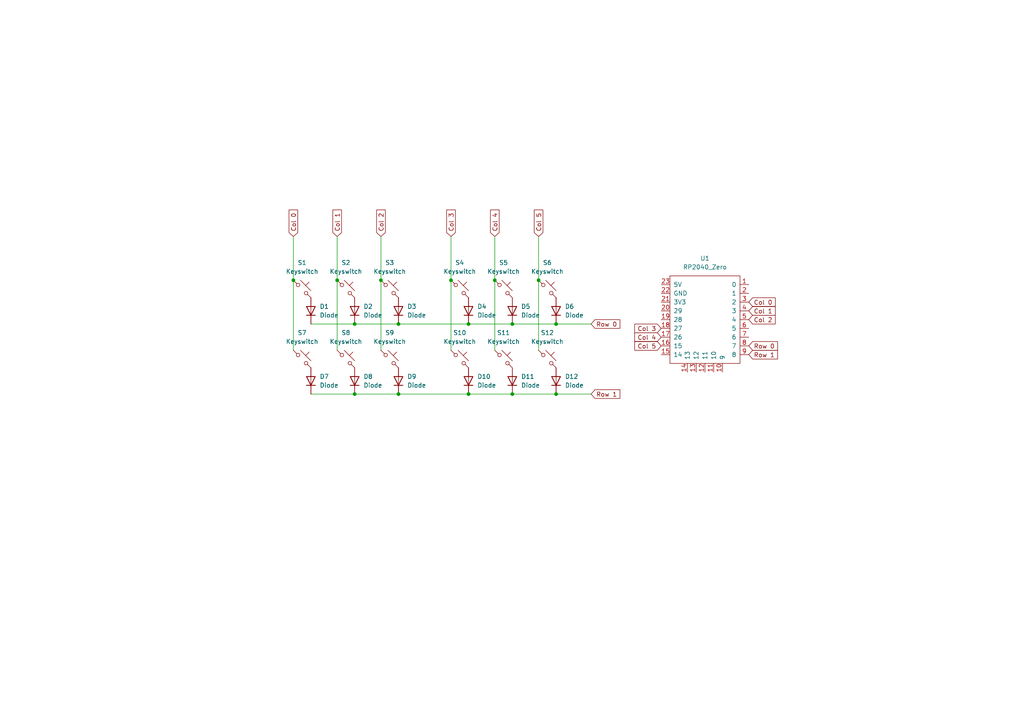
<source format=kicad_sch>
(kicad_sch
	(version 20231120)
	(generator "eeschema")
	(generator_version "8.0")
	(uuid "bb0047e0-d750-4f3e-b552-d2526237b83e")
	(paper "A4")
	(lib_symbols
		(symbol "ScottoKeebs:MCU_RP2040_Zero"
			(pin_names
				(offset 1.016)
			)
			(exclude_from_sim no)
			(in_bom yes)
			(on_board yes)
			(property "Reference" "U"
				(at 0 15.24 0)
				(effects
					(font
						(size 1.27 1.27)
					)
				)
			)
			(property "Value" "RP2040_Zero"
				(at 0 12.7 0)
				(effects
					(font
						(size 1.27 1.27)
					)
				)
			)
			(property "Footprint" "ScottoKeebs_MCU:RP2040_Zero"
				(at -8.89 5.08 0)
				(effects
					(font
						(size 1.27 1.27)
					)
					(hide yes)
				)
			)
			(property "Datasheet" ""
				(at -8.89 5.08 0)
				(effects
					(font
						(size 1.27 1.27)
					)
					(hide yes)
				)
			)
			(property "Description" ""
				(at 0 0 0)
				(effects
					(font
						(size 1.27 1.27)
					)
					(hide yes)
				)
			)
			(symbol "MCU_RP2040_Zero_0_1"
				(rectangle
					(start -10.16 11.43)
					(end 10.16 -13.97)
					(stroke
						(width 0)
						(type default)
					)
					(fill
						(type none)
					)
				)
			)
			(symbol "MCU_RP2040_Zero_1_1"
				(pin bidirectional line
					(at 12.7 8.89 180)
					(length 2.54)
					(name "0"
						(effects
							(font
								(size 1.27 1.27)
							)
						)
					)
					(number "1"
						(effects
							(font
								(size 1.27 1.27)
							)
						)
					)
				)
				(pin bidirectional line
					(at 5.08 -16.51 90)
					(length 2.54)
					(name "9"
						(effects
							(font
								(size 1.27 1.27)
							)
						)
					)
					(number "10"
						(effects
							(font
								(size 1.27 1.27)
							)
						)
					)
				)
				(pin bidirectional line
					(at 2.54 -16.51 90)
					(length 2.54)
					(name "10"
						(effects
							(font
								(size 1.27 1.27)
							)
						)
					)
					(number "11"
						(effects
							(font
								(size 1.27 1.27)
							)
						)
					)
				)
				(pin bidirectional line
					(at 0 -16.51 90)
					(length 2.54)
					(name "11"
						(effects
							(font
								(size 1.27 1.27)
							)
						)
					)
					(number "12"
						(effects
							(font
								(size 1.27 1.27)
							)
						)
					)
				)
				(pin bidirectional line
					(at -2.54 -16.51 90)
					(length 2.54)
					(name "12"
						(effects
							(font
								(size 1.27 1.27)
							)
						)
					)
					(number "13"
						(effects
							(font
								(size 1.27 1.27)
							)
						)
					)
				)
				(pin bidirectional line
					(at -5.08 -16.51 90)
					(length 2.54)
					(name "13"
						(effects
							(font
								(size 1.27 1.27)
							)
						)
					)
					(number "14"
						(effects
							(font
								(size 1.27 1.27)
							)
						)
					)
				)
				(pin bidirectional line
					(at -12.7 -11.43 0)
					(length 2.54)
					(name "14"
						(effects
							(font
								(size 1.27 1.27)
							)
						)
					)
					(number "15"
						(effects
							(font
								(size 1.27 1.27)
							)
						)
					)
				)
				(pin bidirectional line
					(at -12.7 -8.89 0)
					(length 2.54)
					(name "15"
						(effects
							(font
								(size 1.27 1.27)
							)
						)
					)
					(number "16"
						(effects
							(font
								(size 1.27 1.27)
							)
						)
					)
				)
				(pin bidirectional line
					(at -12.7 -6.35 0)
					(length 2.54)
					(name "26"
						(effects
							(font
								(size 1.27 1.27)
							)
						)
					)
					(number "17"
						(effects
							(font
								(size 1.27 1.27)
							)
						)
					)
				)
				(pin bidirectional line
					(at -12.7 -3.81 0)
					(length 2.54)
					(name "27"
						(effects
							(font
								(size 1.27 1.27)
							)
						)
					)
					(number "18"
						(effects
							(font
								(size 1.27 1.27)
							)
						)
					)
				)
				(pin bidirectional line
					(at -12.7 -1.27 0)
					(length 2.54)
					(name "28"
						(effects
							(font
								(size 1.27 1.27)
							)
						)
					)
					(number "19"
						(effects
							(font
								(size 1.27 1.27)
							)
						)
					)
				)
				(pin bidirectional line
					(at 12.7 6.35 180)
					(length 2.54)
					(name "1"
						(effects
							(font
								(size 1.27 1.27)
							)
						)
					)
					(number "2"
						(effects
							(font
								(size 1.27 1.27)
							)
						)
					)
				)
				(pin bidirectional line
					(at -12.7 1.27 0)
					(length 2.54)
					(name "29"
						(effects
							(font
								(size 1.27 1.27)
							)
						)
					)
					(number "20"
						(effects
							(font
								(size 1.27 1.27)
							)
						)
					)
				)
				(pin power_out line
					(at -12.7 3.81 0)
					(length 2.54)
					(name "3V3"
						(effects
							(font
								(size 1.27 1.27)
							)
						)
					)
					(number "21"
						(effects
							(font
								(size 1.27 1.27)
							)
						)
					)
				)
				(pin power_out line
					(at -12.7 6.35 0)
					(length 2.54)
					(name "GND"
						(effects
							(font
								(size 1.27 1.27)
							)
						)
					)
					(number "22"
						(effects
							(font
								(size 1.27 1.27)
							)
						)
					)
				)
				(pin power_out line
					(at -12.7 8.89 0)
					(length 2.54)
					(name "5V"
						(effects
							(font
								(size 1.27 1.27)
							)
						)
					)
					(number "23"
						(effects
							(font
								(size 1.27 1.27)
							)
						)
					)
				)
				(pin bidirectional line
					(at 12.7 3.81 180)
					(length 2.54)
					(name "2"
						(effects
							(font
								(size 1.27 1.27)
							)
						)
					)
					(number "3"
						(effects
							(font
								(size 1.27 1.27)
							)
						)
					)
				)
				(pin bidirectional line
					(at 12.7 1.27 180)
					(length 2.54)
					(name "3"
						(effects
							(font
								(size 1.27 1.27)
							)
						)
					)
					(number "4"
						(effects
							(font
								(size 1.27 1.27)
							)
						)
					)
				)
				(pin bidirectional line
					(at 12.7 -1.27 180)
					(length 2.54)
					(name "4"
						(effects
							(font
								(size 1.27 1.27)
							)
						)
					)
					(number "5"
						(effects
							(font
								(size 1.27 1.27)
							)
						)
					)
				)
				(pin bidirectional line
					(at 12.7 -3.81 180)
					(length 2.54)
					(name "5"
						(effects
							(font
								(size 1.27 1.27)
							)
						)
					)
					(number "6"
						(effects
							(font
								(size 1.27 1.27)
							)
						)
					)
				)
				(pin bidirectional line
					(at 12.7 -6.35 180)
					(length 2.54)
					(name "6"
						(effects
							(font
								(size 1.27 1.27)
							)
						)
					)
					(number "7"
						(effects
							(font
								(size 1.27 1.27)
							)
						)
					)
				)
				(pin bidirectional line
					(at 12.7 -8.89 180)
					(length 2.54)
					(name "7"
						(effects
							(font
								(size 1.27 1.27)
							)
						)
					)
					(number "8"
						(effects
							(font
								(size 1.27 1.27)
							)
						)
					)
				)
				(pin bidirectional line
					(at 12.7 -11.43 180)
					(length 2.54)
					(name "8"
						(effects
							(font
								(size 1.27 1.27)
							)
						)
					)
					(number "9"
						(effects
							(font
								(size 1.27 1.27)
							)
						)
					)
				)
			)
		)
		(symbol "ScottoKeebs:Placeholder_Diode"
			(pin_numbers hide)
			(pin_names hide)
			(exclude_from_sim no)
			(in_bom yes)
			(on_board yes)
			(property "Reference" "D"
				(at 0 2.54 0)
				(effects
					(font
						(size 1.27 1.27)
					)
				)
			)
			(property "Value" "Diode"
				(at 0 -2.54 0)
				(effects
					(font
						(size 1.27 1.27)
					)
				)
			)
			(property "Footprint" ""
				(at 0 0 0)
				(effects
					(font
						(size 1.27 1.27)
					)
					(hide yes)
				)
			)
			(property "Datasheet" ""
				(at 0 0 0)
				(effects
					(font
						(size 1.27 1.27)
					)
					(hide yes)
				)
			)
			(property "Description" "1N4148 (DO-35) or 1N4148W (SOD-123)"
				(at 0 0 0)
				(effects
					(font
						(size 1.27 1.27)
					)
					(hide yes)
				)
			)
			(property "Sim.Device" "D"
				(at 0 0 0)
				(effects
					(font
						(size 1.27 1.27)
					)
					(hide yes)
				)
			)
			(property "Sim.Pins" "1=K 2=A"
				(at 0 0 0)
				(effects
					(font
						(size 1.27 1.27)
					)
					(hide yes)
				)
			)
			(property "ki_keywords" "diode"
				(at 0 0 0)
				(effects
					(font
						(size 1.27 1.27)
					)
					(hide yes)
				)
			)
			(property "ki_fp_filters" "D*DO?35*"
				(at 0 0 0)
				(effects
					(font
						(size 1.27 1.27)
					)
					(hide yes)
				)
			)
			(symbol "Placeholder_Diode_0_1"
				(polyline
					(pts
						(xy -1.27 1.27) (xy -1.27 -1.27)
					)
					(stroke
						(width 0.254)
						(type default)
					)
					(fill
						(type none)
					)
				)
				(polyline
					(pts
						(xy 1.27 0) (xy -1.27 0)
					)
					(stroke
						(width 0)
						(type default)
					)
					(fill
						(type none)
					)
				)
				(polyline
					(pts
						(xy 1.27 1.27) (xy 1.27 -1.27) (xy -1.27 0) (xy 1.27 1.27)
					)
					(stroke
						(width 0.254)
						(type default)
					)
					(fill
						(type none)
					)
				)
			)
			(symbol "Placeholder_Diode_1_1"
				(pin passive line
					(at -3.81 0 0)
					(length 2.54)
					(name "K"
						(effects
							(font
								(size 1.27 1.27)
							)
						)
					)
					(number "1"
						(effects
							(font
								(size 1.27 1.27)
							)
						)
					)
				)
				(pin passive line
					(at 3.81 0 180)
					(length 2.54)
					(name "A"
						(effects
							(font
								(size 1.27 1.27)
							)
						)
					)
					(number "2"
						(effects
							(font
								(size 1.27 1.27)
							)
						)
					)
				)
			)
		)
		(symbol "ScottoKeebs:Placeholder_Keyswitch"
			(pin_numbers hide)
			(pin_names
				(offset 1.016) hide)
			(exclude_from_sim no)
			(in_bom yes)
			(on_board yes)
			(property "Reference" "S"
				(at 3.048 1.016 0)
				(effects
					(font
						(size 1.27 1.27)
					)
					(justify left)
				)
			)
			(property "Value" "Keyswitch"
				(at 0 -3.81 0)
				(effects
					(font
						(size 1.27 1.27)
					)
				)
			)
			(property "Footprint" ""
				(at 0 0 0)
				(effects
					(font
						(size 1.27 1.27)
					)
					(hide yes)
				)
			)
			(property "Datasheet" "~"
				(at 0 0 0)
				(effects
					(font
						(size 1.27 1.27)
					)
					(hide yes)
				)
			)
			(property "Description" "Push button switch, normally open, two pins, 45° tilted"
				(at 0 0 0)
				(effects
					(font
						(size 1.27 1.27)
					)
					(hide yes)
				)
			)
			(property "ki_keywords" "switch normally-open pushbutton push-button"
				(at 0 0 0)
				(effects
					(font
						(size 1.27 1.27)
					)
					(hide yes)
				)
			)
			(symbol "Placeholder_Keyswitch_0_1"
				(circle
					(center -1.1684 1.1684)
					(radius 0.508)
					(stroke
						(width 0)
						(type default)
					)
					(fill
						(type none)
					)
				)
				(polyline
					(pts
						(xy -0.508 2.54) (xy 2.54 -0.508)
					)
					(stroke
						(width 0)
						(type default)
					)
					(fill
						(type none)
					)
				)
				(polyline
					(pts
						(xy 1.016 1.016) (xy 2.032 2.032)
					)
					(stroke
						(width 0)
						(type default)
					)
					(fill
						(type none)
					)
				)
				(polyline
					(pts
						(xy -2.54 2.54) (xy -1.524 1.524) (xy -1.524 1.524)
					)
					(stroke
						(width 0)
						(type default)
					)
					(fill
						(type none)
					)
				)
				(polyline
					(pts
						(xy 1.524 -1.524) (xy 2.54 -2.54) (xy 2.54 -2.54) (xy 2.54 -2.54)
					)
					(stroke
						(width 0)
						(type default)
					)
					(fill
						(type none)
					)
				)
				(circle
					(center 1.143 -1.1938)
					(radius 0.508)
					(stroke
						(width 0)
						(type default)
					)
					(fill
						(type none)
					)
				)
				(pin passive line
					(at -2.54 2.54 0)
					(length 0)
					(name "1"
						(effects
							(font
								(size 1.27 1.27)
							)
						)
					)
					(number "1"
						(effects
							(font
								(size 1.27 1.27)
							)
						)
					)
				)
				(pin passive line
					(at 2.54 -2.54 180)
					(length 0)
					(name "2"
						(effects
							(font
								(size 1.27 1.27)
							)
						)
					)
					(number "2"
						(effects
							(font
								(size 1.27 1.27)
							)
						)
					)
				)
			)
		)
	)
	(junction
		(at 85.09 81.28)
		(diameter 0)
		(color 0 0 0 0)
		(uuid "1a33c635-cb3e-471d-a5f3-b1fa6ec5fa21")
	)
	(junction
		(at 102.87 93.98)
		(diameter 0)
		(color 0 0 0 0)
		(uuid "20989feb-e578-4c00-9b4d-2210d25f2c1b")
	)
	(junction
		(at 130.81 81.28)
		(diameter 0)
		(color 0 0 0 0)
		(uuid "36d8f352-1338-44a8-9018-7dd398a4f405")
	)
	(junction
		(at 97.79 81.28)
		(diameter 0)
		(color 0 0 0 0)
		(uuid "532cbd51-6993-4a97-9903-1792187031c1")
	)
	(junction
		(at 161.29 114.3)
		(diameter 0)
		(color 0 0 0 0)
		(uuid "5d78165d-86ce-417a-adb8-22e1eb5d2de0")
	)
	(junction
		(at 110.49 81.28)
		(diameter 0)
		(color 0 0 0 0)
		(uuid "5e1eebc1-096b-4653-af97-9e9ba33f1028")
	)
	(junction
		(at 115.57 93.98)
		(diameter 0)
		(color 0 0 0 0)
		(uuid "5eb7c689-3c8f-4bec-9c7c-9f73e961745a")
	)
	(junction
		(at 135.89 114.3)
		(diameter 0)
		(color 0 0 0 0)
		(uuid "65c1a57c-def0-4952-bbfa-68e696465aed")
	)
	(junction
		(at 143.51 81.28)
		(diameter 0)
		(color 0 0 0 0)
		(uuid "89f7a173-f141-4a5c-9f60-d8040cb9798a")
	)
	(junction
		(at 115.57 114.3)
		(diameter 0)
		(color 0 0 0 0)
		(uuid "8dceeb65-8e7a-47d8-82bb-a1f27251ea79")
	)
	(junction
		(at 102.87 114.3)
		(diameter 0)
		(color 0 0 0 0)
		(uuid "b71b09db-b3e1-4eeb-960b-a9cb3f9a3569")
	)
	(junction
		(at 156.21 81.28)
		(diameter 0)
		(color 0 0 0 0)
		(uuid "d2224b37-e1c6-459d-a768-6169bbb90f1d")
	)
	(junction
		(at 148.59 93.98)
		(diameter 0)
		(color 0 0 0 0)
		(uuid "d503c0c5-2db8-4f3e-9824-c9990ffcf43e")
	)
	(junction
		(at 148.59 114.3)
		(diameter 0)
		(color 0 0 0 0)
		(uuid "e3b1c256-537e-4880-96b3-0dd612a6628d")
	)
	(junction
		(at 135.89 93.98)
		(diameter 0)
		(color 0 0 0 0)
		(uuid "ebd3ab44-bddf-4616-b1bc-c37a294aa5fc")
	)
	(junction
		(at 161.29 93.98)
		(diameter 0)
		(color 0 0 0 0)
		(uuid "f2eef4f6-84d8-43ff-a88a-de4d1e515773")
	)
	(wire
		(pts
			(xy 148.59 114.3) (xy 161.29 114.3)
		)
		(stroke
			(width 0)
			(type default)
		)
		(uuid "0012acb9-992c-42b2-854b-a49df347e62f")
	)
	(wire
		(pts
			(xy 156.21 81.28) (xy 156.21 101.6)
		)
		(stroke
			(width 0)
			(type default)
		)
		(uuid "12ed3c81-5637-4e3a-a159-c919a5a7194a")
	)
	(wire
		(pts
			(xy 102.87 93.98) (xy 115.57 93.98)
		)
		(stroke
			(width 0)
			(type default)
		)
		(uuid "153e42ac-5af9-4891-83fe-7e1b31759de1")
	)
	(wire
		(pts
			(xy 135.89 93.98) (xy 148.59 93.98)
		)
		(stroke
			(width 0)
			(type default)
		)
		(uuid "15b25e13-b941-4754-901b-af1eea1c40f9")
	)
	(wire
		(pts
			(xy 115.57 93.98) (xy 135.89 93.98)
		)
		(stroke
			(width 0)
			(type default)
		)
		(uuid "244544c7-c39f-4e9e-97fd-c728d59bde94")
	)
	(wire
		(pts
			(xy 148.59 93.98) (xy 161.29 93.98)
		)
		(stroke
			(width 0)
			(type default)
		)
		(uuid "2982b27c-32ae-4699-a020-0b197a000d41")
	)
	(wire
		(pts
			(xy 85.09 68.58) (xy 85.09 81.28)
		)
		(stroke
			(width 0)
			(type default)
		)
		(uuid "2ae56b57-8990-4e3a-a9e2-142425eb0890")
	)
	(wire
		(pts
			(xy 85.09 81.28) (xy 85.09 101.6)
		)
		(stroke
			(width 0)
			(type default)
		)
		(uuid "2b8a0350-37c8-4dd8-8a75-caf091fde920")
	)
	(wire
		(pts
			(xy 156.21 68.58) (xy 156.21 81.28)
		)
		(stroke
			(width 0)
			(type default)
		)
		(uuid "2d5eacea-e058-40e9-8716-c2522eed5f86")
	)
	(wire
		(pts
			(xy 110.49 68.58) (xy 110.49 81.28)
		)
		(stroke
			(width 0)
			(type default)
		)
		(uuid "445a8009-9655-4144-9398-184b94f98ae8")
	)
	(wire
		(pts
			(xy 130.81 68.58) (xy 130.81 81.28)
		)
		(stroke
			(width 0)
			(type default)
		)
		(uuid "4e48b1b5-fb3c-4923-9e19-39ae5ec252f6")
	)
	(wire
		(pts
			(xy 171.45 93.98) (xy 161.29 93.98)
		)
		(stroke
			(width 0)
			(type default)
		)
		(uuid "52f7ee58-03b2-4e23-b989-cfd6bb0f87dd")
	)
	(wire
		(pts
			(xy 102.87 114.3) (xy 115.57 114.3)
		)
		(stroke
			(width 0)
			(type default)
		)
		(uuid "54f79919-4567-41a7-8e0a-321b88311363")
	)
	(wire
		(pts
			(xy 115.57 114.3) (xy 135.89 114.3)
		)
		(stroke
			(width 0)
			(type default)
		)
		(uuid "5f1dd7bf-77ce-4eee-9396-2a8c8d4f748d")
	)
	(wire
		(pts
			(xy 90.17 93.98) (xy 102.87 93.98)
		)
		(stroke
			(width 0)
			(type default)
		)
		(uuid "75123857-0662-4e9c-8b37-047af6dca974")
	)
	(wire
		(pts
			(xy 110.49 81.28) (xy 110.49 101.6)
		)
		(stroke
			(width 0)
			(type default)
		)
		(uuid "895f69e9-fe03-4c63-a13b-7c49c11041c2")
	)
	(wire
		(pts
			(xy 97.79 81.28) (xy 97.79 101.6)
		)
		(stroke
			(width 0)
			(type default)
		)
		(uuid "94f917d4-83fb-4263-898b-daa43961119f")
	)
	(wire
		(pts
			(xy 171.45 114.3) (xy 161.29 114.3)
		)
		(stroke
			(width 0)
			(type default)
		)
		(uuid "ab3612f3-b87f-470a-9187-95d5f6751c40")
	)
	(wire
		(pts
			(xy 135.89 114.3) (xy 148.59 114.3)
		)
		(stroke
			(width 0)
			(type default)
		)
		(uuid "c4ed9643-6863-4f9c-b2d2-1267d312f0ff")
	)
	(wire
		(pts
			(xy 130.81 81.28) (xy 130.81 101.6)
		)
		(stroke
			(width 0)
			(type default)
		)
		(uuid "ce31ba32-8910-4545-90d5-5a39f1a2eda6")
	)
	(wire
		(pts
			(xy 97.79 68.58) (xy 97.79 81.28)
		)
		(stroke
			(width 0)
			(type default)
		)
		(uuid "db40bb47-c127-4dfa-80ad-605a3cb73608")
	)
	(wire
		(pts
			(xy 143.51 68.58) (xy 143.51 81.28)
		)
		(stroke
			(width 0)
			(type default)
		)
		(uuid "ee7c0cb9-b126-4f82-82a5-5b331b5da7e0")
	)
	(wire
		(pts
			(xy 90.17 114.3) (xy 102.87 114.3)
		)
		(stroke
			(width 0)
			(type default)
		)
		(uuid "f2e0cb27-98d0-4a66-9004-3c90f54eb989")
	)
	(wire
		(pts
			(xy 143.51 81.28) (xy 143.51 101.6)
		)
		(stroke
			(width 0)
			(type default)
		)
		(uuid "f6388fca-1afe-42e6-81be-092cb7b34fa3")
	)
	(global_label "Col 3"
		(shape input)
		(at 130.81 68.58 90)
		(fields_autoplaced yes)
		(effects
			(font
				(size 1.27 1.27)
			)
			(justify left)
		)
		(uuid "167b8bb8-8952-4003-a69c-b096f26eca82")
		(property "Intersheetrefs" "${INTERSHEET_REFS}"
			(at 130.81 60.3335 90)
			(effects
				(font
					(size 1.27 1.27)
				)
				(justify left)
				(hide yes)
			)
		)
	)
	(global_label "Col 0"
		(shape input)
		(at 217.17 87.63 0)
		(fields_autoplaced yes)
		(effects
			(font
				(size 1.27 1.27)
			)
			(justify left)
		)
		(uuid "1ad81276-007a-4e7d-b171-9bfa9efa63ee")
		(property "Intersheetrefs" "${INTERSHEET_REFS}"
			(at 225.4165 87.63 0)
			(effects
				(font
					(size 1.27 1.27)
				)
				(justify left)
				(hide yes)
			)
		)
	)
	(global_label "Row 0"
		(shape input)
		(at 217.17 100.33 0)
		(fields_autoplaced yes)
		(effects
			(font
				(size 1.27 1.27)
			)
			(justify left)
		)
		(uuid "244ff87d-125a-4554-a5eb-bc2c1df1207a")
		(property "Intersheetrefs" "${INTERSHEET_REFS}"
			(at 226.0818 100.33 0)
			(effects
				(font
					(size 1.27 1.27)
				)
				(justify left)
				(hide yes)
			)
		)
	)
	(global_label "Row 1"
		(shape input)
		(at 217.17 102.87 0)
		(fields_autoplaced yes)
		(effects
			(font
				(size 1.27 1.27)
			)
			(justify left)
		)
		(uuid "303a6ef3-ec00-407f-898c-016057d57e86")
		(property "Intersheetrefs" "${INTERSHEET_REFS}"
			(at 226.0818 102.87 0)
			(effects
				(font
					(size 1.27 1.27)
				)
				(justify left)
				(hide yes)
			)
		)
	)
	(global_label "Row 0"
		(shape input)
		(at 171.45 93.98 0)
		(fields_autoplaced yes)
		(effects
			(font
				(size 1.27 1.27)
			)
			(justify left)
		)
		(uuid "46fd0314-9dd3-4827-8829-751c38f96641")
		(property "Intersheetrefs" "${INTERSHEET_REFS}"
			(at 180.3618 93.98 0)
			(effects
				(font
					(size 1.27 1.27)
				)
				(justify left)
				(hide yes)
			)
		)
	)
	(global_label "Col 5"
		(shape input)
		(at 156.21 68.58 90)
		(fields_autoplaced yes)
		(effects
			(font
				(size 1.27 1.27)
			)
			(justify left)
		)
		(uuid "4fd9b3fc-5c86-4fbb-8edd-715ea3f3bc03")
		(property "Intersheetrefs" "${INTERSHEET_REFS}"
			(at 156.21 60.3335 90)
			(effects
				(font
					(size 1.27 1.27)
				)
				(justify left)
				(hide yes)
			)
		)
	)
	(global_label "Col 2"
		(shape input)
		(at 110.49 68.58 90)
		(fields_autoplaced yes)
		(effects
			(font
				(size 1.27 1.27)
			)
			(justify left)
		)
		(uuid "56ddd0ec-1357-4b62-b8f3-97c39cbee8d5")
		(property "Intersheetrefs" "${INTERSHEET_REFS}"
			(at 110.49 60.3335 90)
			(effects
				(font
					(size 1.27 1.27)
				)
				(justify left)
				(hide yes)
			)
		)
	)
	(global_label "Col 1"
		(shape input)
		(at 97.79 68.58 90)
		(fields_autoplaced yes)
		(effects
			(font
				(size 1.27 1.27)
			)
			(justify left)
		)
		(uuid "74f03eca-de09-4689-84c0-fa0e0a6501b6")
		(property "Intersheetrefs" "${INTERSHEET_REFS}"
			(at 97.79 60.3335 90)
			(effects
				(font
					(size 1.27 1.27)
				)
				(justify left)
				(hide yes)
			)
		)
	)
	(global_label "Col 4"
		(shape input)
		(at 143.51 68.58 90)
		(fields_autoplaced yes)
		(effects
			(font
				(size 1.27 1.27)
			)
			(justify left)
		)
		(uuid "86e9997c-6012-4f94-bf10-5ff9ec0d46ee")
		(property "Intersheetrefs" "${INTERSHEET_REFS}"
			(at 143.51 60.3335 90)
			(effects
				(font
					(size 1.27 1.27)
				)
				(justify left)
				(hide yes)
			)
		)
	)
	(global_label "Col 5"
		(shape input)
		(at 191.77 100.33 180)
		(fields_autoplaced yes)
		(effects
			(font
				(size 1.27 1.27)
			)
			(justify right)
		)
		(uuid "903b4e32-26ba-4237-8a3d-435df7282d40")
		(property "Intersheetrefs" "${INTERSHEET_REFS}"
			(at 183.5235 100.33 0)
			(effects
				(font
					(size 1.27 1.27)
				)
				(justify right)
				(hide yes)
			)
		)
	)
	(global_label "Col 3"
		(shape input)
		(at 191.77 95.25 180)
		(fields_autoplaced yes)
		(effects
			(font
				(size 1.27 1.27)
			)
			(justify right)
		)
		(uuid "a9f3ba8c-ccaa-45d0-a168-9a4492345454")
		(property "Intersheetrefs" "${INTERSHEET_REFS}"
			(at 183.5235 95.25 0)
			(effects
				(font
					(size 1.27 1.27)
				)
				(justify right)
				(hide yes)
			)
		)
	)
	(global_label "Col 1"
		(shape input)
		(at 217.17 90.17 0)
		(fields_autoplaced yes)
		(effects
			(font
				(size 1.27 1.27)
			)
			(justify left)
		)
		(uuid "b1a1a29c-43a2-41af-a3f1-537bdad693ab")
		(property "Intersheetrefs" "${INTERSHEET_REFS}"
			(at 225.4165 90.17 0)
			(effects
				(font
					(size 1.27 1.27)
				)
				(justify left)
				(hide yes)
			)
		)
	)
	(global_label "Col 0"
		(shape input)
		(at 85.09 68.58 90)
		(fields_autoplaced yes)
		(effects
			(font
				(size 1.27 1.27)
			)
			(justify left)
		)
		(uuid "b39a27a5-b93f-42b8-9926-b2225aa58378")
		(property "Intersheetrefs" "${INTERSHEET_REFS}"
			(at 85.09 60.3335 90)
			(effects
				(font
					(size 1.27 1.27)
				)
				(justify left)
				(hide yes)
			)
		)
	)
	(global_label "Row 1"
		(shape input)
		(at 171.45 114.3 0)
		(fields_autoplaced yes)
		(effects
			(font
				(size 1.27 1.27)
			)
			(justify left)
		)
		(uuid "be378f50-de7b-4687-950c-1665a5a98d01")
		(property "Intersheetrefs" "${INTERSHEET_REFS}"
			(at 180.3618 114.3 0)
			(effects
				(font
					(size 1.27 1.27)
				)
				(justify left)
				(hide yes)
			)
		)
	)
	(global_label "Col 2"
		(shape input)
		(at 217.17 92.71 0)
		(fields_autoplaced yes)
		(effects
			(font
				(size 1.27 1.27)
			)
			(justify left)
		)
		(uuid "d2abf72b-9a22-460b-8619-3b3198afc627")
		(property "Intersheetrefs" "${INTERSHEET_REFS}"
			(at 225.4165 92.71 0)
			(effects
				(font
					(size 1.27 1.27)
				)
				(justify left)
				(hide yes)
			)
		)
	)
	(global_label "Col 4"
		(shape input)
		(at 191.77 97.79 180)
		(fields_autoplaced yes)
		(effects
			(font
				(size 1.27 1.27)
			)
			(justify right)
		)
		(uuid "ddee37db-4cf4-44dc-a25f-d03ab08dbfbc")
		(property "Intersheetrefs" "${INTERSHEET_REFS}"
			(at 183.5235 97.79 0)
			(effects
				(font
					(size 1.27 1.27)
				)
				(justify right)
				(hide yes)
			)
		)
	)
	(symbol
		(lib_id "ScottoKeebs:Placeholder_Keyswitch")
		(at 113.03 104.14 0)
		(unit 1)
		(exclude_from_sim no)
		(in_bom yes)
		(on_board yes)
		(dnp no)
		(fields_autoplaced yes)
		(uuid "0bac4484-8c07-4712-bb78-b86335298595")
		(property "Reference" "S9"
			(at 113.03 96.52 0)
			(effects
				(font
					(size 1.27 1.27)
				)
			)
		)
		(property "Value" "Keyswitch"
			(at 113.03 99.06 0)
			(effects
				(font
					(size 1.27 1.27)
				)
			)
		)
		(property "Footprint" "ScottoKeebs_MX:MX_PCB_1.00u"
			(at 113.03 104.14 0)
			(effects
				(font
					(size 1.27 1.27)
				)
				(hide yes)
			)
		)
		(property "Datasheet" "~"
			(at 113.03 104.14 0)
			(effects
				(font
					(size 1.27 1.27)
				)
				(hide yes)
			)
		)
		(property "Description" "Push button switch, normally open, two pins, 45° tilted"
			(at 113.03 104.14 0)
			(effects
				(font
					(size 1.27 1.27)
				)
				(hide yes)
			)
		)
		(pin "2"
			(uuid "19e4a356-f4d4-4a5e-b7e7-2f3851af2274")
		)
		(pin "1"
			(uuid "5f04db85-f07f-4c26-9765-5d084755bc4e")
		)
		(instances
			(project "KylePad"
				(path "/bb0047e0-d750-4f3e-b552-d2526237b83e"
					(reference "S9")
					(unit 1)
				)
			)
		)
	)
	(symbol
		(lib_id "ScottoKeebs:Placeholder_Diode")
		(at 161.29 90.17 90)
		(unit 1)
		(exclude_from_sim no)
		(in_bom yes)
		(on_board yes)
		(dnp no)
		(fields_autoplaced yes)
		(uuid "10025fd6-1bdc-4691-bb35-6d94446e4da8")
		(property "Reference" "D6"
			(at 163.83 88.8999 90)
			(effects
				(font
					(size 1.27 1.27)
				)
				(justify right)
			)
		)
		(property "Value" "Diode"
			(at 163.83 91.4399 90)
			(effects
				(font
					(size 1.27 1.27)
				)
				(justify right)
			)
		)
		(property "Footprint" "ScottoKeebs_Components:Diode_DO-35"
			(at 161.29 90.17 0)
			(effects
				(font
					(size 1.27 1.27)
				)
				(hide yes)
			)
		)
		(property "Datasheet" ""
			(at 161.29 90.17 0)
			(effects
				(font
					(size 1.27 1.27)
				)
				(hide yes)
			)
		)
		(property "Description" "1N4148 (DO-35) or 1N4148W (SOD-123)"
			(at 161.29 90.17 0)
			(effects
				(font
					(size 1.27 1.27)
				)
				(hide yes)
			)
		)
		(property "Sim.Device" "D"
			(at 161.29 90.17 0)
			(effects
				(font
					(size 1.27 1.27)
				)
				(hide yes)
			)
		)
		(property "Sim.Pins" "1=K 2=A"
			(at 161.29 90.17 0)
			(effects
				(font
					(size 1.27 1.27)
				)
				(hide yes)
			)
		)
		(pin "1"
			(uuid "486f8a21-5f76-4ec0-8206-175f2ce687c0")
		)
		(pin "2"
			(uuid "d9b5ff46-9504-45e4-ac77-ce935bee3bad")
		)
		(instances
			(project "KylePad"
				(path "/bb0047e0-d750-4f3e-b552-d2526237b83e"
					(reference "D6")
					(unit 1)
				)
			)
		)
	)
	(symbol
		(lib_id "ScottoKeebs:Placeholder_Keyswitch")
		(at 133.35 83.82 0)
		(unit 1)
		(exclude_from_sim no)
		(in_bom yes)
		(on_board yes)
		(dnp no)
		(fields_autoplaced yes)
		(uuid "146915f5-2b7d-44b4-b545-9448fcfa990e")
		(property "Reference" "S4"
			(at 133.35 76.2 0)
			(effects
				(font
					(size 1.27 1.27)
				)
			)
		)
		(property "Value" "Keyswitch"
			(at 133.35 78.74 0)
			(effects
				(font
					(size 1.27 1.27)
				)
			)
		)
		(property "Footprint" "ScottoKeebs_MX:MX_PCB_1.00u"
			(at 133.35 83.82 0)
			(effects
				(font
					(size 1.27 1.27)
				)
				(hide yes)
			)
		)
		(property "Datasheet" "~"
			(at 133.35 83.82 0)
			(effects
				(font
					(size 1.27 1.27)
				)
				(hide yes)
			)
		)
		(property "Description" "Push button switch, normally open, two pins, 45° tilted"
			(at 133.35 83.82 0)
			(effects
				(font
					(size 1.27 1.27)
				)
				(hide yes)
			)
		)
		(pin "2"
			(uuid "c16264e3-5a86-49e1-a218-d38b81083cf9")
		)
		(pin "1"
			(uuid "9ad4c0dd-e340-4726-a275-f2a51fb59fc1")
		)
		(instances
			(project "KylePad"
				(path "/bb0047e0-d750-4f3e-b552-d2526237b83e"
					(reference "S4")
					(unit 1)
				)
			)
		)
	)
	(symbol
		(lib_id "ScottoKeebs:Placeholder_Diode")
		(at 102.87 90.17 90)
		(unit 1)
		(exclude_from_sim no)
		(in_bom yes)
		(on_board yes)
		(dnp no)
		(fields_autoplaced yes)
		(uuid "1e7438d4-fd70-4361-beee-37d68f3cf33d")
		(property "Reference" "D2"
			(at 105.41 88.8999 90)
			(effects
				(font
					(size 1.27 1.27)
				)
				(justify right)
			)
		)
		(property "Value" "Diode"
			(at 105.41 91.4399 90)
			(effects
				(font
					(size 1.27 1.27)
				)
				(justify right)
			)
		)
		(property "Footprint" "ScottoKeebs_Components:Diode_DO-35"
			(at 102.87 90.17 0)
			(effects
				(font
					(size 1.27 1.27)
				)
				(hide yes)
			)
		)
		(property "Datasheet" ""
			(at 102.87 90.17 0)
			(effects
				(font
					(size 1.27 1.27)
				)
				(hide yes)
			)
		)
		(property "Description" "1N4148 (DO-35) or 1N4148W (SOD-123)"
			(at 102.87 90.17 0)
			(effects
				(font
					(size 1.27 1.27)
				)
				(hide yes)
			)
		)
		(property "Sim.Device" "D"
			(at 102.87 90.17 0)
			(effects
				(font
					(size 1.27 1.27)
				)
				(hide yes)
			)
		)
		(property "Sim.Pins" "1=K 2=A"
			(at 102.87 90.17 0)
			(effects
				(font
					(size 1.27 1.27)
				)
				(hide yes)
			)
		)
		(pin "1"
			(uuid "b3647be5-fd83-497d-93ef-1796017cf8e7")
		)
		(pin "2"
			(uuid "81d3576e-015e-4c3f-b68b-d4f592538673")
		)
		(instances
			(project "KylePad"
				(path "/bb0047e0-d750-4f3e-b552-d2526237b83e"
					(reference "D2")
					(unit 1)
				)
			)
		)
	)
	(symbol
		(lib_id "ScottoKeebs:Placeholder_Diode")
		(at 90.17 110.49 90)
		(unit 1)
		(exclude_from_sim no)
		(in_bom yes)
		(on_board yes)
		(dnp no)
		(fields_autoplaced yes)
		(uuid "3049ff8c-942f-42cc-99cf-a2a4674998e9")
		(property "Reference" "D7"
			(at 92.71 109.2199 90)
			(effects
				(font
					(size 1.27 1.27)
				)
				(justify right)
			)
		)
		(property "Value" "Diode"
			(at 92.71 111.7599 90)
			(effects
				(font
					(size 1.27 1.27)
				)
				(justify right)
			)
		)
		(property "Footprint" "ScottoKeebs_Components:Diode_DO-35"
			(at 90.17 110.49 0)
			(effects
				(font
					(size 1.27 1.27)
				)
				(hide yes)
			)
		)
		(property "Datasheet" ""
			(at 90.17 110.49 0)
			(effects
				(font
					(size 1.27 1.27)
				)
				(hide yes)
			)
		)
		(property "Description" "1N4148 (DO-35) or 1N4148W (SOD-123)"
			(at 90.17 110.49 0)
			(effects
				(font
					(size 1.27 1.27)
				)
				(hide yes)
			)
		)
		(property "Sim.Device" "D"
			(at 90.17 110.49 0)
			(effects
				(font
					(size 1.27 1.27)
				)
				(hide yes)
			)
		)
		(property "Sim.Pins" "1=K 2=A"
			(at 90.17 110.49 0)
			(effects
				(font
					(size 1.27 1.27)
				)
				(hide yes)
			)
		)
		(pin "1"
			(uuid "3d35f684-74bd-4d25-9ee3-7b1386c4dec7")
		)
		(pin "2"
			(uuid "2d8121b4-7552-4697-a176-5e57589f1702")
		)
		(instances
			(project "KylePad"
				(path "/bb0047e0-d750-4f3e-b552-d2526237b83e"
					(reference "D7")
					(unit 1)
				)
			)
		)
	)
	(symbol
		(lib_id "ScottoKeebs:Placeholder_Diode")
		(at 115.57 110.49 90)
		(unit 1)
		(exclude_from_sim no)
		(in_bom yes)
		(on_board yes)
		(dnp no)
		(fields_autoplaced yes)
		(uuid "328e156c-0b7b-493b-bfa0-4202cfb95561")
		(property "Reference" "D9"
			(at 118.11 109.2199 90)
			(effects
				(font
					(size 1.27 1.27)
				)
				(justify right)
			)
		)
		(property "Value" "Diode"
			(at 118.11 111.7599 90)
			(effects
				(font
					(size 1.27 1.27)
				)
				(justify right)
			)
		)
		(property "Footprint" "ScottoKeebs_Components:Diode_DO-35"
			(at 115.57 110.49 0)
			(effects
				(font
					(size 1.27 1.27)
				)
				(hide yes)
			)
		)
		(property "Datasheet" ""
			(at 115.57 110.49 0)
			(effects
				(font
					(size 1.27 1.27)
				)
				(hide yes)
			)
		)
		(property "Description" "1N4148 (DO-35) or 1N4148W (SOD-123)"
			(at 115.57 110.49 0)
			(effects
				(font
					(size 1.27 1.27)
				)
				(hide yes)
			)
		)
		(property "Sim.Device" "D"
			(at 115.57 110.49 0)
			(effects
				(font
					(size 1.27 1.27)
				)
				(hide yes)
			)
		)
		(property "Sim.Pins" "1=K 2=A"
			(at 115.57 110.49 0)
			(effects
				(font
					(size 1.27 1.27)
				)
				(hide yes)
			)
		)
		(pin "1"
			(uuid "3ad31db6-05e2-434b-a5b1-15d590def641")
		)
		(pin "2"
			(uuid "0a51fccf-875c-4904-8ef0-5a2f65bae337")
		)
		(instances
			(project "KylePad"
				(path "/bb0047e0-d750-4f3e-b552-d2526237b83e"
					(reference "D9")
					(unit 1)
				)
			)
		)
	)
	(symbol
		(lib_id "ScottoKeebs:Placeholder_Keyswitch")
		(at 158.75 83.82 0)
		(unit 1)
		(exclude_from_sim no)
		(in_bom yes)
		(on_board yes)
		(dnp no)
		(fields_autoplaced yes)
		(uuid "590e9a3a-67b5-4724-ab51-fa2f05ccdc42")
		(property "Reference" "S6"
			(at 158.75 76.2 0)
			(effects
				(font
					(size 1.27 1.27)
				)
			)
		)
		(property "Value" "Keyswitch"
			(at 158.75 78.74 0)
			(effects
				(font
					(size 1.27 1.27)
				)
			)
		)
		(property "Footprint" "ScottoKeebs_MX:MX_PCB_1.00u"
			(at 158.75 83.82 0)
			(effects
				(font
					(size 1.27 1.27)
				)
				(hide yes)
			)
		)
		(property "Datasheet" "~"
			(at 158.75 83.82 0)
			(effects
				(font
					(size 1.27 1.27)
				)
				(hide yes)
			)
		)
		(property "Description" "Push button switch, normally open, two pins, 45° tilted"
			(at 158.75 83.82 0)
			(effects
				(font
					(size 1.27 1.27)
				)
				(hide yes)
			)
		)
		(pin "2"
			(uuid "4e7316ed-2ab4-47f5-8c74-a2a977a76e60")
		)
		(pin "1"
			(uuid "8727e3dd-5e35-4553-bb71-8c2e4394e811")
		)
		(instances
			(project "KylePad"
				(path "/bb0047e0-d750-4f3e-b552-d2526237b83e"
					(reference "S6")
					(unit 1)
				)
			)
		)
	)
	(symbol
		(lib_id "ScottoKeebs:Placeholder_Diode")
		(at 148.59 90.17 90)
		(unit 1)
		(exclude_from_sim no)
		(in_bom yes)
		(on_board yes)
		(dnp no)
		(fields_autoplaced yes)
		(uuid "5b5b72bb-5bde-44c5-b09e-27211e563203")
		(property "Reference" "D5"
			(at 151.13 88.8999 90)
			(effects
				(font
					(size 1.27 1.27)
				)
				(justify right)
			)
		)
		(property "Value" "Diode"
			(at 151.13 91.4399 90)
			(effects
				(font
					(size 1.27 1.27)
				)
				(justify right)
			)
		)
		(property "Footprint" "ScottoKeebs_Components:Diode_DO-35"
			(at 148.59 90.17 0)
			(effects
				(font
					(size 1.27 1.27)
				)
				(hide yes)
			)
		)
		(property "Datasheet" ""
			(at 148.59 90.17 0)
			(effects
				(font
					(size 1.27 1.27)
				)
				(hide yes)
			)
		)
		(property "Description" "1N4148 (DO-35) or 1N4148W (SOD-123)"
			(at 148.59 90.17 0)
			(effects
				(font
					(size 1.27 1.27)
				)
				(hide yes)
			)
		)
		(property "Sim.Device" "D"
			(at 148.59 90.17 0)
			(effects
				(font
					(size 1.27 1.27)
				)
				(hide yes)
			)
		)
		(property "Sim.Pins" "1=K 2=A"
			(at 148.59 90.17 0)
			(effects
				(font
					(size 1.27 1.27)
				)
				(hide yes)
			)
		)
		(pin "1"
			(uuid "f7c91208-d8d7-48ce-b549-ed79b0bd66f1")
		)
		(pin "2"
			(uuid "52f6d7e5-efc8-4be7-b60e-a356ad81601f")
		)
		(instances
			(project "KylePad"
				(path "/bb0047e0-d750-4f3e-b552-d2526237b83e"
					(reference "D5")
					(unit 1)
				)
			)
		)
	)
	(symbol
		(lib_id "ScottoKeebs:Placeholder_Keyswitch")
		(at 146.05 104.14 0)
		(unit 1)
		(exclude_from_sim no)
		(in_bom yes)
		(on_board yes)
		(dnp no)
		(fields_autoplaced yes)
		(uuid "61db761d-f591-4f84-80d1-6f773a1caac1")
		(property "Reference" "S11"
			(at 146.05 96.52 0)
			(effects
				(font
					(size 1.27 1.27)
				)
			)
		)
		(property "Value" "Keyswitch"
			(at 146.05 99.06 0)
			(effects
				(font
					(size 1.27 1.27)
				)
			)
		)
		(property "Footprint" "ScottoKeebs_MX:MX_PCB_1.00u"
			(at 146.05 104.14 0)
			(effects
				(font
					(size 1.27 1.27)
				)
				(hide yes)
			)
		)
		(property "Datasheet" "~"
			(at 146.05 104.14 0)
			(effects
				(font
					(size 1.27 1.27)
				)
				(hide yes)
			)
		)
		(property "Description" "Push button switch, normally open, two pins, 45° tilted"
			(at 146.05 104.14 0)
			(effects
				(font
					(size 1.27 1.27)
				)
				(hide yes)
			)
		)
		(pin "2"
			(uuid "10822e51-b0c4-424e-b466-f3d82fd0c281")
		)
		(pin "1"
			(uuid "c0ebba9f-49a8-445e-acc6-c7f8cdede5f7")
		)
		(instances
			(project "KylePad"
				(path "/bb0047e0-d750-4f3e-b552-d2526237b83e"
					(reference "S11")
					(unit 1)
				)
			)
		)
	)
	(symbol
		(lib_id "ScottoKeebs:Placeholder_Keyswitch")
		(at 113.03 83.82 0)
		(unit 1)
		(exclude_from_sim no)
		(in_bom yes)
		(on_board yes)
		(dnp no)
		(fields_autoplaced yes)
		(uuid "63216f17-41e6-4465-b46e-2bc263a49662")
		(property "Reference" "S3"
			(at 113.03 76.2 0)
			(effects
				(font
					(size 1.27 1.27)
				)
			)
		)
		(property "Value" "Keyswitch"
			(at 113.03 78.74 0)
			(effects
				(font
					(size 1.27 1.27)
				)
			)
		)
		(property "Footprint" "ScottoKeebs_MX:MX_PCB_1.00u"
			(at 113.03 83.82 0)
			(effects
				(font
					(size 1.27 1.27)
				)
				(hide yes)
			)
		)
		(property "Datasheet" "~"
			(at 113.03 83.82 0)
			(effects
				(font
					(size 1.27 1.27)
				)
				(hide yes)
			)
		)
		(property "Description" "Push button switch, normally open, two pins, 45° tilted"
			(at 113.03 83.82 0)
			(effects
				(font
					(size 1.27 1.27)
				)
				(hide yes)
			)
		)
		(pin "2"
			(uuid "aa3197a1-5826-4411-b4cb-82e2b6e02012")
		)
		(pin "1"
			(uuid "78e03111-351a-4bb1-8e68-0510505539d5")
		)
		(instances
			(project "KylePad"
				(path "/bb0047e0-d750-4f3e-b552-d2526237b83e"
					(reference "S3")
					(unit 1)
				)
			)
		)
	)
	(symbol
		(lib_id "ScottoKeebs:Placeholder_Diode")
		(at 102.87 110.49 90)
		(unit 1)
		(exclude_from_sim no)
		(in_bom yes)
		(on_board yes)
		(dnp no)
		(fields_autoplaced yes)
		(uuid "64101da9-019d-4f54-b34e-bfc3a8fffae1")
		(property "Reference" "D8"
			(at 105.41 109.2199 90)
			(effects
				(font
					(size 1.27 1.27)
				)
				(justify right)
			)
		)
		(property "Value" "Diode"
			(at 105.41 111.7599 90)
			(effects
				(font
					(size 1.27 1.27)
				)
				(justify right)
			)
		)
		(property "Footprint" "ScottoKeebs_Components:Diode_DO-35"
			(at 102.87 110.49 0)
			(effects
				(font
					(size 1.27 1.27)
				)
				(hide yes)
			)
		)
		(property "Datasheet" ""
			(at 102.87 110.49 0)
			(effects
				(font
					(size 1.27 1.27)
				)
				(hide yes)
			)
		)
		(property "Description" "1N4148 (DO-35) or 1N4148W (SOD-123)"
			(at 102.87 110.49 0)
			(effects
				(font
					(size 1.27 1.27)
				)
				(hide yes)
			)
		)
		(property "Sim.Device" "D"
			(at 102.87 110.49 0)
			(effects
				(font
					(size 1.27 1.27)
				)
				(hide yes)
			)
		)
		(property "Sim.Pins" "1=K 2=A"
			(at 102.87 110.49 0)
			(effects
				(font
					(size 1.27 1.27)
				)
				(hide yes)
			)
		)
		(pin "1"
			(uuid "831e077b-f4cb-41d8-b802-2717ef7eb055")
		)
		(pin "2"
			(uuid "1630b9af-0520-495b-ba95-6bb832818e56")
		)
		(instances
			(project "KylePad"
				(path "/bb0047e0-d750-4f3e-b552-d2526237b83e"
					(reference "D8")
					(unit 1)
				)
			)
		)
	)
	(symbol
		(lib_id "ScottoKeebs:Placeholder_Diode")
		(at 90.17 90.17 90)
		(unit 1)
		(exclude_from_sim no)
		(in_bom yes)
		(on_board yes)
		(dnp no)
		(fields_autoplaced yes)
		(uuid "67a7935e-119c-45b4-8554-00d5a436f550")
		(property "Reference" "D1"
			(at 92.71 88.8999 90)
			(effects
				(font
					(size 1.27 1.27)
				)
				(justify right)
			)
		)
		(property "Value" "Diode"
			(at 92.71 91.4399 90)
			(effects
				(font
					(size 1.27 1.27)
				)
				(justify right)
			)
		)
		(property "Footprint" "ScottoKeebs_Components:Diode_DO-35"
			(at 90.17 90.17 0)
			(effects
				(font
					(size 1.27 1.27)
				)
				(hide yes)
			)
		)
		(property "Datasheet" ""
			(at 90.17 90.17 0)
			(effects
				(font
					(size 1.27 1.27)
				)
				(hide yes)
			)
		)
		(property "Description" "1N4148 (DO-35) or 1N4148W (SOD-123)"
			(at 90.17 90.17 0)
			(effects
				(font
					(size 1.27 1.27)
				)
				(hide yes)
			)
		)
		(property "Sim.Device" "D"
			(at 90.17 90.17 0)
			(effects
				(font
					(size 1.27 1.27)
				)
				(hide yes)
			)
		)
		(property "Sim.Pins" "1=K 2=A"
			(at 90.17 90.17 0)
			(effects
				(font
					(size 1.27 1.27)
				)
				(hide yes)
			)
		)
		(pin "1"
			(uuid "13e88c77-4abf-40c8-9fa6-b17a724b2d35")
		)
		(pin "2"
			(uuid "b0f2d5ad-e112-4588-ad31-74551cef3887")
		)
		(instances
			(project ""
				(path "/bb0047e0-d750-4f3e-b552-d2526237b83e"
					(reference "D1")
					(unit 1)
				)
			)
		)
	)
	(symbol
		(lib_id "ScottoKeebs:Placeholder_Diode")
		(at 135.89 90.17 90)
		(unit 1)
		(exclude_from_sim no)
		(in_bom yes)
		(on_board yes)
		(dnp no)
		(fields_autoplaced yes)
		(uuid "6b4b6498-aa55-4a8b-b00b-8416f3b17ffc")
		(property "Reference" "D4"
			(at 138.43 88.8999 90)
			(effects
				(font
					(size 1.27 1.27)
				)
				(justify right)
			)
		)
		(property "Value" "Diode"
			(at 138.43 91.4399 90)
			(effects
				(font
					(size 1.27 1.27)
				)
				(justify right)
			)
		)
		(property "Footprint" "ScottoKeebs_Components:Diode_DO-35"
			(at 135.89 90.17 0)
			(effects
				(font
					(size 1.27 1.27)
				)
				(hide yes)
			)
		)
		(property "Datasheet" ""
			(at 135.89 90.17 0)
			(effects
				(font
					(size 1.27 1.27)
				)
				(hide yes)
			)
		)
		(property "Description" "1N4148 (DO-35) or 1N4148W (SOD-123)"
			(at 135.89 90.17 0)
			(effects
				(font
					(size 1.27 1.27)
				)
				(hide yes)
			)
		)
		(property "Sim.Device" "D"
			(at 135.89 90.17 0)
			(effects
				(font
					(size 1.27 1.27)
				)
				(hide yes)
			)
		)
		(property "Sim.Pins" "1=K 2=A"
			(at 135.89 90.17 0)
			(effects
				(font
					(size 1.27 1.27)
				)
				(hide yes)
			)
		)
		(pin "1"
			(uuid "7490b272-a23b-46ed-9ef1-849b3316958b")
		)
		(pin "2"
			(uuid "255a219c-9fcd-41f7-8615-6ef504a88a7a")
		)
		(instances
			(project "KylePad"
				(path "/bb0047e0-d750-4f3e-b552-d2526237b83e"
					(reference "D4")
					(unit 1)
				)
			)
		)
	)
	(symbol
		(lib_id "ScottoKeebs:Placeholder_Diode")
		(at 148.59 110.49 90)
		(unit 1)
		(exclude_from_sim no)
		(in_bom yes)
		(on_board yes)
		(dnp no)
		(fields_autoplaced yes)
		(uuid "80c93eaa-5080-4814-bb4f-2143a4ed7c08")
		(property "Reference" "D11"
			(at 151.13 109.2199 90)
			(effects
				(font
					(size 1.27 1.27)
				)
				(justify right)
			)
		)
		(property "Value" "Diode"
			(at 151.13 111.7599 90)
			(effects
				(font
					(size 1.27 1.27)
				)
				(justify right)
			)
		)
		(property "Footprint" "ScottoKeebs_Components:Diode_DO-35"
			(at 148.59 110.49 0)
			(effects
				(font
					(size 1.27 1.27)
				)
				(hide yes)
			)
		)
		(property "Datasheet" ""
			(at 148.59 110.49 0)
			(effects
				(font
					(size 1.27 1.27)
				)
				(hide yes)
			)
		)
		(property "Description" "1N4148 (DO-35) or 1N4148W (SOD-123)"
			(at 148.59 110.49 0)
			(effects
				(font
					(size 1.27 1.27)
				)
				(hide yes)
			)
		)
		(property "Sim.Device" "D"
			(at 148.59 110.49 0)
			(effects
				(font
					(size 1.27 1.27)
				)
				(hide yes)
			)
		)
		(property "Sim.Pins" "1=K 2=A"
			(at 148.59 110.49 0)
			(effects
				(font
					(size 1.27 1.27)
				)
				(hide yes)
			)
		)
		(pin "1"
			(uuid "2e15bf76-3b6a-4360-a642-268f989fa422")
		)
		(pin "2"
			(uuid "a8ae2612-636f-40d3-a464-7da11ae8e4d6")
		)
		(instances
			(project "KylePad"
				(path "/bb0047e0-d750-4f3e-b552-d2526237b83e"
					(reference "D11")
					(unit 1)
				)
			)
		)
	)
	(symbol
		(lib_id "ScottoKeebs:Placeholder_Diode")
		(at 161.29 110.49 90)
		(unit 1)
		(exclude_from_sim no)
		(in_bom yes)
		(on_board yes)
		(dnp no)
		(fields_autoplaced yes)
		(uuid "8b0951a1-21c8-465d-8fe9-b15b7d2fa75c")
		(property "Reference" "D12"
			(at 163.83 109.2199 90)
			(effects
				(font
					(size 1.27 1.27)
				)
				(justify right)
			)
		)
		(property "Value" "Diode"
			(at 163.83 111.7599 90)
			(effects
				(font
					(size 1.27 1.27)
				)
				(justify right)
			)
		)
		(property "Footprint" "ScottoKeebs_Components:Diode_DO-35"
			(at 161.29 110.49 0)
			(effects
				(font
					(size 1.27 1.27)
				)
				(hide yes)
			)
		)
		(property "Datasheet" ""
			(at 161.29 110.49 0)
			(effects
				(font
					(size 1.27 1.27)
				)
				(hide yes)
			)
		)
		(property "Description" "1N4148 (DO-35) or 1N4148W (SOD-123)"
			(at 161.29 110.49 0)
			(effects
				(font
					(size 1.27 1.27)
				)
				(hide yes)
			)
		)
		(property "Sim.Device" "D"
			(at 161.29 110.49 0)
			(effects
				(font
					(size 1.27 1.27)
				)
				(hide yes)
			)
		)
		(property "Sim.Pins" "1=K 2=A"
			(at 161.29 110.49 0)
			(effects
				(font
					(size 1.27 1.27)
				)
				(hide yes)
			)
		)
		(pin "1"
			(uuid "1a2f2d7f-fd95-44a0-acb2-9905a537bf7a")
		)
		(pin "2"
			(uuid "1325ab19-1e97-4806-9232-42db2d0de6fd")
		)
		(instances
			(project "KylePad"
				(path "/bb0047e0-d750-4f3e-b552-d2526237b83e"
					(reference "D12")
					(unit 1)
				)
			)
		)
	)
	(symbol
		(lib_id "ScottoKeebs:Placeholder_Diode")
		(at 135.89 110.49 90)
		(unit 1)
		(exclude_from_sim no)
		(in_bom yes)
		(on_board yes)
		(dnp no)
		(fields_autoplaced yes)
		(uuid "a0cfe658-ea3d-45d5-a6f0-0c48fe11c36e")
		(property "Reference" "D10"
			(at 138.43 109.2199 90)
			(effects
				(font
					(size 1.27 1.27)
				)
				(justify right)
			)
		)
		(property "Value" "Diode"
			(at 138.43 111.7599 90)
			(effects
				(font
					(size 1.27 1.27)
				)
				(justify right)
			)
		)
		(property "Footprint" "ScottoKeebs_Components:Diode_DO-35"
			(at 135.89 110.49 0)
			(effects
				(font
					(size 1.27 1.27)
				)
				(hide yes)
			)
		)
		(property "Datasheet" ""
			(at 135.89 110.49 0)
			(effects
				(font
					(size 1.27 1.27)
				)
				(hide yes)
			)
		)
		(property "Description" "1N4148 (DO-35) or 1N4148W (SOD-123)"
			(at 135.89 110.49 0)
			(effects
				(font
					(size 1.27 1.27)
				)
				(hide yes)
			)
		)
		(property "Sim.Device" "D"
			(at 135.89 110.49 0)
			(effects
				(font
					(size 1.27 1.27)
				)
				(hide yes)
			)
		)
		(property "Sim.Pins" "1=K 2=A"
			(at 135.89 110.49 0)
			(effects
				(font
					(size 1.27 1.27)
				)
				(hide yes)
			)
		)
		(pin "1"
			(uuid "b7357f0e-72d8-4633-bfd5-adeaa5c3ee65")
		)
		(pin "2"
			(uuid "d0145526-3796-43e1-9839-6c61698069cd")
		)
		(instances
			(project "KylePad"
				(path "/bb0047e0-d750-4f3e-b552-d2526237b83e"
					(reference "D10")
					(unit 1)
				)
			)
		)
	)
	(symbol
		(lib_id "ScottoKeebs:Placeholder_Keyswitch")
		(at 100.33 83.82 0)
		(unit 1)
		(exclude_from_sim no)
		(in_bom yes)
		(on_board yes)
		(dnp no)
		(fields_autoplaced yes)
		(uuid "b4cb4238-49f1-408f-9f82-d5e80183799b")
		(property "Reference" "S2"
			(at 100.33 76.2 0)
			(effects
				(font
					(size 1.27 1.27)
				)
			)
		)
		(property "Value" "Keyswitch"
			(at 100.33 78.74 0)
			(effects
				(font
					(size 1.27 1.27)
				)
			)
		)
		(property "Footprint" "ScottoKeebs_MX:MX_PCB_1.00u"
			(at 100.33 83.82 0)
			(effects
				(font
					(size 1.27 1.27)
				)
				(hide yes)
			)
		)
		(property "Datasheet" "~"
			(at 100.33 83.82 0)
			(effects
				(font
					(size 1.27 1.27)
				)
				(hide yes)
			)
		)
		(property "Description" "Push button switch, normally open, two pins, 45° tilted"
			(at 100.33 83.82 0)
			(effects
				(font
					(size 1.27 1.27)
				)
				(hide yes)
			)
		)
		(pin "2"
			(uuid "0fd1679c-6fee-49ca-b911-55d1d9fa0bd9")
		)
		(pin "1"
			(uuid "829a9451-07e4-4edf-b517-933ede4384fd")
		)
		(instances
			(project "KylePad"
				(path "/bb0047e0-d750-4f3e-b552-d2526237b83e"
					(reference "S2")
					(unit 1)
				)
			)
		)
	)
	(symbol
		(lib_id "ScottoKeebs:Placeholder_Keyswitch")
		(at 87.63 83.82 0)
		(unit 1)
		(exclude_from_sim no)
		(in_bom yes)
		(on_board yes)
		(dnp no)
		(fields_autoplaced yes)
		(uuid "d0c01a24-5a7e-4974-869c-be9123a0bd06")
		(property "Reference" "S1"
			(at 87.63 76.2 0)
			(effects
				(font
					(size 1.27 1.27)
				)
			)
		)
		(property "Value" "Keyswitch"
			(at 87.63 78.74 0)
			(effects
				(font
					(size 1.27 1.27)
				)
			)
		)
		(property "Footprint" "ScottoKeebs_MX:MX_PCB_1.00u"
			(at 87.63 83.82 0)
			(effects
				(font
					(size 1.27 1.27)
				)
				(hide yes)
			)
		)
		(property "Datasheet" "~"
			(at 87.63 83.82 0)
			(effects
				(font
					(size 1.27 1.27)
				)
				(hide yes)
			)
		)
		(property "Description" "Push button switch, normally open, two pins, 45° tilted"
			(at 87.63 83.82 0)
			(effects
				(font
					(size 1.27 1.27)
				)
				(hide yes)
			)
		)
		(pin "2"
			(uuid "f2e86aa5-3d31-45d6-9beb-0078441de8aa")
		)
		(pin "1"
			(uuid "54a3dd74-a70a-40ad-ac55-f57dfe238487")
		)
		(instances
			(project ""
				(path "/bb0047e0-d750-4f3e-b552-d2526237b83e"
					(reference "S1")
					(unit 1)
				)
			)
		)
	)
	(symbol
		(lib_id "ScottoKeebs:Placeholder_Keyswitch")
		(at 133.35 104.14 0)
		(unit 1)
		(exclude_from_sim no)
		(in_bom yes)
		(on_board yes)
		(dnp no)
		(fields_autoplaced yes)
		(uuid "dbef7f6b-510c-4c4e-b39c-a7a711a39756")
		(property "Reference" "S10"
			(at 133.35 96.52 0)
			(effects
				(font
					(size 1.27 1.27)
				)
			)
		)
		(property "Value" "Keyswitch"
			(at 133.35 99.06 0)
			(effects
				(font
					(size 1.27 1.27)
				)
			)
		)
		(property "Footprint" "ScottoKeebs_MX:MX_PCB_1.00u"
			(at 133.35 104.14 0)
			(effects
				(font
					(size 1.27 1.27)
				)
				(hide yes)
			)
		)
		(property "Datasheet" "~"
			(at 133.35 104.14 0)
			(effects
				(font
					(size 1.27 1.27)
				)
				(hide yes)
			)
		)
		(property "Description" "Push button switch, normally open, two pins, 45° tilted"
			(at 133.35 104.14 0)
			(effects
				(font
					(size 1.27 1.27)
				)
				(hide yes)
			)
		)
		(pin "2"
			(uuid "246cd7d6-50f0-4679-a62b-1c91d65311c8")
		)
		(pin "1"
			(uuid "83f3ee55-bb75-4a88-af92-cdebe06c4d3a")
		)
		(instances
			(project "KylePad"
				(path "/bb0047e0-d750-4f3e-b552-d2526237b83e"
					(reference "S10")
					(unit 1)
				)
			)
		)
	)
	(symbol
		(lib_id "ScottoKeebs:Placeholder_Keyswitch")
		(at 158.75 104.14 0)
		(unit 1)
		(exclude_from_sim no)
		(in_bom yes)
		(on_board yes)
		(dnp no)
		(fields_autoplaced yes)
		(uuid "df57fa3d-511b-479a-a973-59d9a72c0485")
		(property "Reference" "S12"
			(at 158.75 96.52 0)
			(effects
				(font
					(size 1.27 1.27)
				)
			)
		)
		(property "Value" "Keyswitch"
			(at 158.75 99.06 0)
			(effects
				(font
					(size 1.27 1.27)
				)
			)
		)
		(property "Footprint" "ScottoKeebs_MX:MX_PCB_1.00u"
			(at 158.75 104.14 0)
			(effects
				(font
					(size 1.27 1.27)
				)
				(hide yes)
			)
		)
		(property "Datasheet" "~"
			(at 158.75 104.14 0)
			(effects
				(font
					(size 1.27 1.27)
				)
				(hide yes)
			)
		)
		(property "Description" "Push button switch, normally open, two pins, 45° tilted"
			(at 158.75 104.14 0)
			(effects
				(font
					(size 1.27 1.27)
				)
				(hide yes)
			)
		)
		(pin "2"
			(uuid "920a38de-9f66-492d-aa39-926c15376a00")
		)
		(pin "1"
			(uuid "4665fb32-4c2e-467c-8fc2-b09293b1ee44")
		)
		(instances
			(project "KylePad"
				(path "/bb0047e0-d750-4f3e-b552-d2526237b83e"
					(reference "S12")
					(unit 1)
				)
			)
		)
	)
	(symbol
		(lib_id "ScottoKeebs:Placeholder_Diode")
		(at 115.57 90.17 90)
		(unit 1)
		(exclude_from_sim no)
		(in_bom yes)
		(on_board yes)
		(dnp no)
		(fields_autoplaced yes)
		(uuid "e4adfa57-7edd-4d0f-996a-91c3c5480679")
		(property "Reference" "D3"
			(at 118.11 88.8999 90)
			(effects
				(font
					(size 1.27 1.27)
				)
				(justify right)
			)
		)
		(property "Value" "Diode"
			(at 118.11 91.4399 90)
			(effects
				(font
					(size 1.27 1.27)
				)
				(justify right)
			)
		)
		(property "Footprint" "ScottoKeebs_Components:Diode_DO-35"
			(at 115.57 90.17 0)
			(effects
				(font
					(size 1.27 1.27)
				)
				(hide yes)
			)
		)
		(property "Datasheet" ""
			(at 115.57 90.17 0)
			(effects
				(font
					(size 1.27 1.27)
				)
				(hide yes)
			)
		)
		(property "Description" "1N4148 (DO-35) or 1N4148W (SOD-123)"
			(at 115.57 90.17 0)
			(effects
				(font
					(size 1.27 1.27)
				)
				(hide yes)
			)
		)
		(property "Sim.Device" "D"
			(at 115.57 90.17 0)
			(effects
				(font
					(size 1.27 1.27)
				)
				(hide yes)
			)
		)
		(property "Sim.Pins" "1=K 2=A"
			(at 115.57 90.17 0)
			(effects
				(font
					(size 1.27 1.27)
				)
				(hide yes)
			)
		)
		(pin "1"
			(uuid "2c42e134-a548-4108-b8ac-1354c8b43cd7")
		)
		(pin "2"
			(uuid "d144ed47-8f7d-4e65-b54b-12e1359979cc")
		)
		(instances
			(project "KylePad"
				(path "/bb0047e0-d750-4f3e-b552-d2526237b83e"
					(reference "D3")
					(unit 1)
				)
			)
		)
	)
	(symbol
		(lib_id "ScottoKeebs:Placeholder_Keyswitch")
		(at 100.33 104.14 0)
		(unit 1)
		(exclude_from_sim no)
		(in_bom yes)
		(on_board yes)
		(dnp no)
		(fields_autoplaced yes)
		(uuid "ebe32d3a-2786-499e-9376-e72c205f545f")
		(property "Reference" "S8"
			(at 100.33 96.52 0)
			(effects
				(font
					(size 1.27 1.27)
				)
			)
		)
		(property "Value" "Keyswitch"
			(at 100.33 99.06 0)
			(effects
				(font
					(size 1.27 1.27)
				)
			)
		)
		(property "Footprint" "ScottoKeebs_MX:MX_PCB_1.00u"
			(at 100.33 104.14 0)
			(effects
				(font
					(size 1.27 1.27)
				)
				(hide yes)
			)
		)
		(property "Datasheet" "~"
			(at 100.33 104.14 0)
			(effects
				(font
					(size 1.27 1.27)
				)
				(hide yes)
			)
		)
		(property "Description" "Push button switch, normally open, two pins, 45° tilted"
			(at 100.33 104.14 0)
			(effects
				(font
					(size 1.27 1.27)
				)
				(hide yes)
			)
		)
		(pin "2"
			(uuid "cac9d805-28ae-46a1-99e0-61f5af1b3be7")
		)
		(pin "1"
			(uuid "8bf55289-4743-43b2-bb9e-a963a3648533")
		)
		(instances
			(project "KylePad"
				(path "/bb0047e0-d750-4f3e-b552-d2526237b83e"
					(reference "S8")
					(unit 1)
				)
			)
		)
	)
	(symbol
		(lib_id "ScottoKeebs:Placeholder_Keyswitch")
		(at 146.05 83.82 0)
		(unit 1)
		(exclude_from_sim no)
		(in_bom yes)
		(on_board yes)
		(dnp no)
		(fields_autoplaced yes)
		(uuid "ec612bb3-c5b4-4619-a51b-697e08aea988")
		(property "Reference" "S5"
			(at 146.05 76.2 0)
			(effects
				(font
					(size 1.27 1.27)
				)
			)
		)
		(property "Value" "Keyswitch"
			(at 146.05 78.74 0)
			(effects
				(font
					(size 1.27 1.27)
				)
			)
		)
		(property "Footprint" "ScottoKeebs_MX:MX_PCB_1.00u"
			(at 146.05 83.82 0)
			(effects
				(font
					(size 1.27 1.27)
				)
				(hide yes)
			)
		)
		(property "Datasheet" "~"
			(at 146.05 83.82 0)
			(effects
				(font
					(size 1.27 1.27)
				)
				(hide yes)
			)
		)
		(property "Description" "Push button switch, normally open, two pins, 45° tilted"
			(at 146.05 83.82 0)
			(effects
				(font
					(size 1.27 1.27)
				)
				(hide yes)
			)
		)
		(pin "2"
			(uuid "17f06cc0-6566-48ca-a612-0690656af9f2")
		)
		(pin "1"
			(uuid "bfe22507-9637-4c1e-8956-34c473034868")
		)
		(instances
			(project "KylePad"
				(path "/bb0047e0-d750-4f3e-b552-d2526237b83e"
					(reference "S5")
					(unit 1)
				)
			)
		)
	)
	(symbol
		(lib_id "ScottoKeebs:MCU_RP2040_Zero")
		(at 204.47 91.44 0)
		(unit 1)
		(exclude_from_sim no)
		(in_bom yes)
		(on_board yes)
		(dnp no)
		(fields_autoplaced yes)
		(uuid "ef0ea63d-ebe7-427e-bfe6-4b9156ce44f1")
		(property "Reference" "U1"
			(at 204.47 74.93 0)
			(effects
				(font
					(size 1.27 1.27)
				)
			)
		)
		(property "Value" "RP2040_Zero"
			(at 204.47 77.47 0)
			(effects
				(font
					(size 1.27 1.27)
				)
			)
		)
		(property "Footprint" "ScottoKeebs_MCU:RP2040_Zero"
			(at 195.58 86.36 0)
			(effects
				(font
					(size 1.27 1.27)
				)
				(hide yes)
			)
		)
		(property "Datasheet" ""
			(at 195.58 86.36 0)
			(effects
				(font
					(size 1.27 1.27)
				)
				(hide yes)
			)
		)
		(property "Description" ""
			(at 204.47 91.44 0)
			(effects
				(font
					(size 1.27 1.27)
				)
				(hide yes)
			)
		)
		(pin "12"
			(uuid "bc8c9131-4972-4632-a184-add447eb87aa")
		)
		(pin "15"
			(uuid "ff9d9102-ec60-420e-91f9-f49bcab85532")
		)
		(pin "6"
			(uuid "8bcd19ad-2df8-4ceb-bdee-4c6264a0e6a2")
		)
		(pin "21"
			(uuid "bccc1178-8494-453b-80be-1b118c1a23db")
		)
		(pin "17"
			(uuid "b4784d7c-2ecd-461b-85ae-396303114e4b")
		)
		(pin "7"
			(uuid "38d05658-32aa-4c1b-8c09-b8b2c9e7b26c")
		)
		(pin "4"
			(uuid "f8cb0b97-6036-4c57-acdf-85d6e3bfcac3")
		)
		(pin "13"
			(uuid "7f30524a-fb27-4d5f-ad68-61842278f6d4")
		)
		(pin "16"
			(uuid "2ce76742-c4ae-46ce-92e9-f761d9c2dc18")
		)
		(pin "22"
			(uuid "c0cf9f2c-8c0a-4bf3-b10a-acc8c3b1f291")
		)
		(pin "19"
			(uuid "14c138ed-0408-417b-8e17-fb518f30953d")
		)
		(pin "5"
			(uuid "1c135579-ac46-482b-a2db-a80d04106a4d")
		)
		(pin "9"
			(uuid "935cfd30-9527-46a3-bb13-23d23535933d")
		)
		(pin "3"
			(uuid "9bad22e5-0a9c-467f-8e52-d2f3f17e2fd5")
		)
		(pin "11"
			(uuid "c4a998b5-d980-4d67-8924-03dc427761bb")
		)
		(pin "10"
			(uuid "1c3c2ff6-3f1c-4352-b390-3c97cb4d6d67")
		)
		(pin "20"
			(uuid "598cf79c-b08e-4a37-b2af-f2278ee4e630")
		)
		(pin "18"
			(uuid "9312bd62-3e5d-443b-a3d2-9fd56316b297")
		)
		(pin "23"
			(uuid "e552dbb3-9249-46d8-8843-f90c0ed821c6")
		)
		(pin "14"
			(uuid "9ff9ab66-a8ee-4330-b762-d7e8c504947a")
		)
		(pin "2"
			(uuid "c68f9e54-f14c-40df-9eaa-7bb08df3a13d")
		)
		(pin "8"
			(uuid "02057659-d3f5-4fed-8f1c-6cb64111fdbd")
		)
		(pin "1"
			(uuid "4fcb2d49-e0ef-40c3-9d30-3c7f84650199")
		)
		(instances
			(project ""
				(path "/bb0047e0-d750-4f3e-b552-d2526237b83e"
					(reference "U1")
					(unit 1)
				)
			)
		)
	)
	(symbol
		(lib_id "ScottoKeebs:Placeholder_Keyswitch")
		(at 87.63 104.14 0)
		(unit 1)
		(exclude_from_sim no)
		(in_bom yes)
		(on_board yes)
		(dnp no)
		(fields_autoplaced yes)
		(uuid "efa3012d-7870-477a-9dba-eea328e8c42c")
		(property "Reference" "S7"
			(at 87.63 96.52 0)
			(effects
				(font
					(size 1.27 1.27)
				)
			)
		)
		(property "Value" "Keyswitch"
			(at 87.63 99.06 0)
			(effects
				(font
					(size 1.27 1.27)
				)
			)
		)
		(property "Footprint" "ScottoKeebs_MX:MX_PCB_1.00u"
			(at 87.63 104.14 0)
			(effects
				(font
					(size 1.27 1.27)
				)
				(hide yes)
			)
		)
		(property "Datasheet" "~"
			(at 87.63 104.14 0)
			(effects
				(font
					(size 1.27 1.27)
				)
				(hide yes)
			)
		)
		(property "Description" "Push button switch, normally open, two pins, 45° tilted"
			(at 87.63 104.14 0)
			(effects
				(font
					(size 1.27 1.27)
				)
				(hide yes)
			)
		)
		(pin "2"
			(uuid "78cae936-1fbc-47a1-9316-4e8ead203c91")
		)
		(pin "1"
			(uuid "414c0097-97fc-42ea-961e-c045598520a1")
		)
		(instances
			(project "KylePad"
				(path "/bb0047e0-d750-4f3e-b552-d2526237b83e"
					(reference "S7")
					(unit 1)
				)
			)
		)
	)
	(sheet_instances
		(path "/"
			(page "1")
		)
	)
)

</source>
